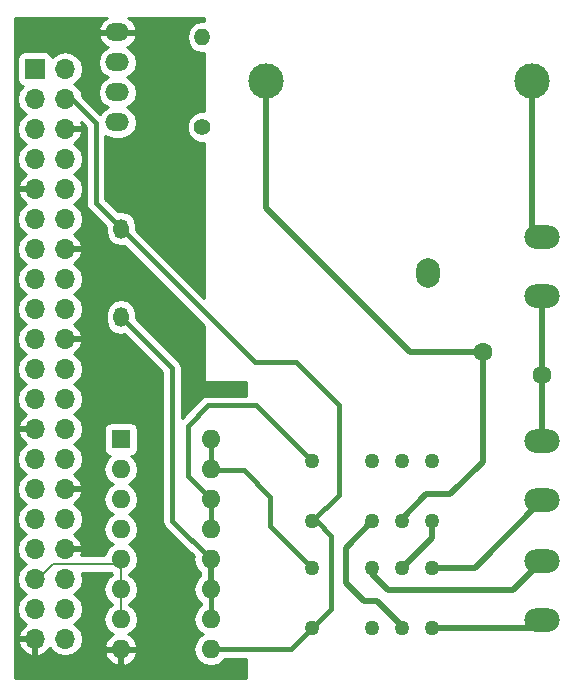
<source format=gbr>
G04 #@! TF.FileFunction,Copper,L1,Top,Signal*
%FSLAX46Y46*%
G04 Gerber Fmt 4.6, Leading zero omitted, Abs format (unit mm)*
G04 Created by KiCad (PCBNEW 4.0.7) date 12/06/18 03:02:26*
%MOMM*%
%LPD*%
G01*
G04 APERTURE LIST*
%ADD10C,0.100000*%
%ADD11C,1.270000*%
%ADD12C,3.000000*%
%ADD13R,1.700000X1.700000*%
%ADD14O,1.700000X1.700000*%
%ADD15O,3.000000X2.000000*%
%ADD16C,1.400000*%
%ADD17O,1.400000X1.400000*%
%ADD18C,1.600000*%
%ADD19O,2.000000X1.500000*%
%ADD20R,1.600000X1.600000*%
%ADD21O,1.600000X1.600000*%
%ADD22O,2.000000X2.500000*%
%ADD23O,1.300000X1.700000*%
%ADD24C,0.400000*%
%ADD25C,0.508000*%
%ADD26C,0.200000*%
%ADD27C,0.254000*%
G04 APERTURE END LIST*
D10*
D11*
X60274600Y-79830000D03*
X65354600Y-79830000D03*
X67894600Y-79830000D03*
X70434600Y-79830000D03*
X70434600Y-74750000D03*
X67894600Y-74750000D03*
X65354600Y-74750000D03*
X60274600Y-74750000D03*
X60274600Y-70830000D03*
X65354600Y-70830000D03*
X67894600Y-70830000D03*
X70434600Y-70830000D03*
X70434600Y-65750000D03*
X67894600Y-65750000D03*
X65354600Y-65750000D03*
X60274600Y-65750000D03*
D12*
X78892400Y-33528000D03*
X56392400Y-33528000D03*
D13*
X36830000Y-32512000D03*
D14*
X39370000Y-32512000D03*
X36830000Y-35052000D03*
X39370000Y-35052000D03*
X36830000Y-37592000D03*
X39370000Y-37592000D03*
X36830000Y-40132000D03*
X39370000Y-40132000D03*
X36830000Y-42672000D03*
X39370000Y-42672000D03*
X36830000Y-45212000D03*
X39370000Y-45212000D03*
X36830000Y-47752000D03*
X39370000Y-47752000D03*
X36830000Y-50292000D03*
X39370000Y-50292000D03*
X36830000Y-52832000D03*
X39370000Y-52832000D03*
X36830000Y-55372000D03*
X39370000Y-55372000D03*
X36830000Y-57912000D03*
X39370000Y-57912000D03*
X36830000Y-60452000D03*
X39370000Y-60452000D03*
X36830000Y-62992000D03*
X39370000Y-62992000D03*
X36830000Y-65532000D03*
X39370000Y-65532000D03*
X36830000Y-68072000D03*
X39370000Y-68072000D03*
X36830000Y-70612000D03*
X39370000Y-70612000D03*
X36830000Y-73152000D03*
X39370000Y-73152000D03*
X36830000Y-75692000D03*
X39370000Y-75692000D03*
X36830000Y-78232000D03*
X39370000Y-78232000D03*
X36830000Y-80772000D03*
X39370000Y-80772000D03*
D15*
X79756000Y-79208000D03*
X79756000Y-74208000D03*
X79756000Y-51776000D03*
X79756000Y-46776000D03*
X79756000Y-69048000D03*
X79756000Y-64048000D03*
D16*
X51003200Y-37439600D03*
D17*
X51003200Y-29819600D03*
D18*
X79756000Y-58420000D03*
X74756000Y-56520000D03*
D19*
X43797600Y-37033200D03*
X43797600Y-34493200D03*
X43797600Y-31953200D03*
X43797600Y-29413200D03*
D20*
X44094400Y-63855600D03*
D21*
X51714400Y-81635600D03*
X44094400Y-66395600D03*
X51714400Y-79095600D03*
X44094400Y-68935600D03*
X51714400Y-76555600D03*
X44094400Y-71475600D03*
X51714400Y-74015600D03*
X44094400Y-74015600D03*
X51714400Y-71475600D03*
X44094400Y-76555600D03*
X51714400Y-68935600D03*
X44094400Y-79095600D03*
X51714400Y-66395600D03*
X44094400Y-81635600D03*
X51714400Y-63855600D03*
D22*
X70116000Y-49784000D03*
D23*
X44116000Y-46034000D03*
X44116000Y-53534000D03*
D24*
X39370000Y-35052000D02*
X39928800Y-35052000D01*
X39928800Y-35052000D02*
X41960800Y-37084000D01*
X41960800Y-37084000D02*
X41960800Y-43878800D01*
X41960800Y-43878800D02*
X55435200Y-57353200D01*
X55435200Y-57353200D02*
X58928000Y-57353200D01*
X58928000Y-57353200D02*
X62534800Y-60960000D01*
X62534800Y-60960000D02*
X62534800Y-68569800D01*
X62534800Y-68569800D02*
X60274600Y-70830000D01*
X60274600Y-70830000D02*
X60670000Y-70830000D01*
X60670000Y-70830000D02*
X61874400Y-72034400D01*
X61874400Y-72034400D02*
X61874400Y-78230200D01*
X61874400Y-78230200D02*
X60274600Y-79830000D01*
X51714400Y-81635600D02*
X58469000Y-81635600D01*
X58469000Y-81635600D02*
X60274600Y-79830000D01*
D25*
X67894600Y-79830000D02*
X67894600Y-79680200D01*
X67894600Y-79680200D02*
X65786000Y-77571600D01*
X63144400Y-73040200D02*
X65354600Y-70830000D01*
X63144400Y-75996800D02*
X63144400Y-73040200D01*
X64719200Y-77571600D02*
X63144400Y-75996800D01*
X65786000Y-77571600D02*
X64719200Y-77571600D01*
D24*
X67894600Y-79830000D02*
X67688800Y-79830000D01*
D25*
X70434600Y-70830000D02*
X70434600Y-72210000D01*
X70434600Y-72210000D02*
X67894600Y-74750000D01*
D24*
X67894600Y-74750000D02*
X67894600Y-74355400D01*
X51714400Y-63855600D02*
X51714400Y-66395600D01*
X51714400Y-66395600D02*
X51818800Y-66500000D01*
X51818800Y-66500000D02*
X54500000Y-66500000D01*
X54500000Y-66500000D02*
X56750000Y-68750000D01*
X56750000Y-68750000D02*
X56750000Y-71225400D01*
X56750000Y-71225400D02*
X60274600Y-74750000D01*
X51714400Y-71475600D02*
X51714400Y-68935600D01*
X51714400Y-68935600D02*
X49750000Y-66971200D01*
X49750000Y-66971200D02*
X49750000Y-62750000D01*
X49750000Y-62750000D02*
X51500000Y-61000000D01*
X51500000Y-61000000D02*
X55524600Y-61000000D01*
X55524600Y-61000000D02*
X60274600Y-65750000D01*
D25*
X78892400Y-33528000D02*
X78892400Y-45912400D01*
X78892400Y-45912400D02*
X79756000Y-46776000D01*
D24*
X78892400Y-45912400D02*
X79756000Y-46776000D01*
D25*
X67894600Y-70830000D02*
X67894600Y-70586200D01*
X67894600Y-70586200D02*
X69951600Y-68529200D01*
X69951600Y-68529200D02*
X71983600Y-68529200D01*
X71983600Y-68529200D02*
X74756000Y-65756800D01*
X74756000Y-65756800D02*
X74756000Y-56520000D01*
X56392400Y-33528000D02*
X56392400Y-44302000D01*
X68610400Y-56520000D02*
X74756000Y-56520000D01*
X56392400Y-44302000D02*
X68610400Y-56520000D01*
D26*
X44094400Y-79095600D02*
X44094400Y-76555600D01*
X36830000Y-75692000D02*
X37084000Y-75692000D01*
X37084000Y-75692000D02*
X38354000Y-74422000D01*
X38354000Y-74422000D02*
X43688000Y-74422000D01*
X43688000Y-74422000D02*
X44094400Y-74828400D01*
X44094400Y-74828400D02*
X44094400Y-79095600D01*
D25*
X70434600Y-79830000D02*
X79134000Y-79830000D01*
X79134000Y-79830000D02*
X79756000Y-79208000D01*
D24*
X79134000Y-79830000D02*
X79756000Y-79208000D01*
D25*
X65354600Y-74750000D02*
X65354600Y-75260600D01*
X65354600Y-75260600D02*
X66751200Y-76657200D01*
X66751200Y-76657200D02*
X77306800Y-76657200D01*
X77306800Y-76657200D02*
X79756000Y-74208000D01*
X79756000Y-58420000D02*
X79756000Y-64048000D01*
X79756000Y-51776000D02*
X79756000Y-64048000D01*
X70434600Y-74750000D02*
X74054000Y-74750000D01*
X74054000Y-74750000D02*
X79756000Y-69048000D01*
X51714400Y-74015600D02*
X51714400Y-76555600D01*
D24*
X51714400Y-79095600D02*
X51714400Y-74015600D01*
X51714400Y-74015600D02*
X48448800Y-70750000D01*
X48448800Y-70750000D02*
X48448800Y-57866800D01*
X48448800Y-57866800D02*
X44116000Y-53534000D01*
D27*
G36*
X42494864Y-28496306D02*
X42224119Y-28968965D01*
X42205282Y-29072015D01*
X42327944Y-29286200D01*
X43670600Y-29286200D01*
X43670600Y-29266200D01*
X43924600Y-29266200D01*
X43924600Y-29286200D01*
X45267256Y-29286200D01*
X45389918Y-29072015D01*
X45371081Y-28968965D01*
X45100336Y-28496306D01*
X44707579Y-28192800D01*
X51181000Y-28192800D01*
X51181000Y-28493813D01*
X51003200Y-28458446D01*
X50492318Y-28560067D01*
X50059212Y-28849458D01*
X49769821Y-29282564D01*
X49668200Y-29793446D01*
X49668200Y-29845754D01*
X49769821Y-30356636D01*
X50059212Y-30789742D01*
X50492318Y-31079133D01*
X51003200Y-31180754D01*
X51181000Y-31145387D01*
X51181000Y-36104754D01*
X50738817Y-36104369D01*
X50247971Y-36307182D01*
X49872102Y-36682396D01*
X49668432Y-37172887D01*
X49667969Y-37703983D01*
X49870782Y-38194829D01*
X50245996Y-38570698D01*
X50736487Y-38774368D01*
X51181000Y-38774756D01*
X51181000Y-51918132D01*
X45401000Y-46138132D01*
X45401000Y-45804907D01*
X45303185Y-45313159D01*
X45024632Y-44896275D01*
X44607748Y-44617722D01*
X44116000Y-44519907D01*
X43838061Y-44575193D01*
X42795800Y-43532932D01*
X42795800Y-38185985D01*
X42985551Y-38312773D01*
X43515568Y-38418200D01*
X44079632Y-38418200D01*
X44609649Y-38312773D01*
X45058975Y-38012543D01*
X45359205Y-37563217D01*
X45464632Y-37033200D01*
X45359205Y-36503183D01*
X45058975Y-36053857D01*
X44623976Y-35763200D01*
X45058975Y-35472543D01*
X45359205Y-35023217D01*
X45464632Y-34493200D01*
X45359205Y-33963183D01*
X45058975Y-33513857D01*
X44623976Y-33223200D01*
X45058975Y-32932543D01*
X45359205Y-32483217D01*
X45464632Y-31953200D01*
X45359205Y-31423183D01*
X45058975Y-30973857D01*
X44615761Y-30677711D01*
X44669321Y-30663164D01*
X45100336Y-30330094D01*
X45371081Y-29857435D01*
X45389918Y-29754385D01*
X45267256Y-29540200D01*
X43924600Y-29540200D01*
X43924600Y-29560200D01*
X43670600Y-29560200D01*
X43670600Y-29540200D01*
X42327944Y-29540200D01*
X42205282Y-29754385D01*
X42224119Y-29857435D01*
X42494864Y-30330094D01*
X42925879Y-30663164D01*
X42979439Y-30677711D01*
X42536225Y-30973857D01*
X42235995Y-31423183D01*
X42130568Y-31953200D01*
X42235995Y-32483217D01*
X42536225Y-32932543D01*
X42971224Y-33223200D01*
X42536225Y-33513857D01*
X42235995Y-33963183D01*
X42130568Y-34493200D01*
X42235995Y-35023217D01*
X42536225Y-35472543D01*
X42971224Y-35763200D01*
X42536225Y-36053857D01*
X42366114Y-36308446D01*
X40828082Y-34770414D01*
X40771054Y-34483715D01*
X40449147Y-34001946D01*
X40119974Y-33782000D01*
X40449147Y-33562054D01*
X40771054Y-33080285D01*
X40884093Y-32512000D01*
X40771054Y-31943715D01*
X40449147Y-31461946D01*
X39967378Y-31140039D01*
X39399093Y-31027000D01*
X39340907Y-31027000D01*
X38772622Y-31140039D01*
X38290853Y-31461946D01*
X38290029Y-31463179D01*
X38283162Y-31426683D01*
X38144090Y-31210559D01*
X37931890Y-31065569D01*
X37680000Y-31014560D01*
X35980000Y-31014560D01*
X35744683Y-31058838D01*
X35528559Y-31197910D01*
X35383569Y-31410110D01*
X35332560Y-31662000D01*
X35332560Y-33362000D01*
X35376838Y-33597317D01*
X35515910Y-33813441D01*
X35728110Y-33958431D01*
X35795541Y-33972086D01*
X35750853Y-34001946D01*
X35428946Y-34483715D01*
X35315907Y-35052000D01*
X35428946Y-35620285D01*
X35750853Y-36102054D01*
X36080026Y-36322000D01*
X35750853Y-36541946D01*
X35428946Y-37023715D01*
X35315907Y-37592000D01*
X35428946Y-38160285D01*
X35750853Y-38642054D01*
X36080026Y-38862000D01*
X35750853Y-39081946D01*
X35428946Y-39563715D01*
X35315907Y-40132000D01*
X35428946Y-40700285D01*
X35750853Y-41182054D01*
X36091553Y-41409702D01*
X35948642Y-41476817D01*
X35558355Y-41905076D01*
X35388524Y-42315110D01*
X35509845Y-42545000D01*
X36703000Y-42545000D01*
X36703000Y-42525000D01*
X36957000Y-42525000D01*
X36957000Y-42545000D01*
X36977000Y-42545000D01*
X36977000Y-42799000D01*
X36957000Y-42799000D01*
X36957000Y-42819000D01*
X36703000Y-42819000D01*
X36703000Y-42799000D01*
X35509845Y-42799000D01*
X35388524Y-43028890D01*
X35558355Y-43438924D01*
X35948642Y-43867183D01*
X36091553Y-43934298D01*
X35750853Y-44161946D01*
X35428946Y-44643715D01*
X35315907Y-45212000D01*
X35428946Y-45780285D01*
X35750853Y-46262054D01*
X36080026Y-46482000D01*
X35750853Y-46701946D01*
X35428946Y-47183715D01*
X35315907Y-47752000D01*
X35428946Y-48320285D01*
X35750853Y-48802054D01*
X36080026Y-49022000D01*
X35750853Y-49241946D01*
X35428946Y-49723715D01*
X35315907Y-50292000D01*
X35428946Y-50860285D01*
X35750853Y-51342054D01*
X36080026Y-51562000D01*
X35750853Y-51781946D01*
X35428946Y-52263715D01*
X35315907Y-52832000D01*
X35428946Y-53400285D01*
X35750853Y-53882054D01*
X36080026Y-54102000D01*
X35750853Y-54321946D01*
X35428946Y-54803715D01*
X35315907Y-55372000D01*
X35428946Y-55940285D01*
X35750853Y-56422054D01*
X36080026Y-56642000D01*
X35750853Y-56861946D01*
X35428946Y-57343715D01*
X35315907Y-57912000D01*
X35428946Y-58480285D01*
X35750853Y-58962054D01*
X36080026Y-59182000D01*
X35750853Y-59401946D01*
X35428946Y-59883715D01*
X35315907Y-60452000D01*
X35428946Y-61020285D01*
X35750853Y-61502054D01*
X36091553Y-61729702D01*
X35948642Y-61796817D01*
X35558355Y-62225076D01*
X35388524Y-62635110D01*
X35509845Y-62865000D01*
X36703000Y-62865000D01*
X36703000Y-62845000D01*
X36957000Y-62845000D01*
X36957000Y-62865000D01*
X36977000Y-62865000D01*
X36977000Y-63119000D01*
X36957000Y-63119000D01*
X36957000Y-63139000D01*
X36703000Y-63139000D01*
X36703000Y-63119000D01*
X35509845Y-63119000D01*
X35388524Y-63348890D01*
X35558355Y-63758924D01*
X35948642Y-64187183D01*
X36091553Y-64254298D01*
X35750853Y-64481946D01*
X35428946Y-64963715D01*
X35315907Y-65532000D01*
X35428946Y-66100285D01*
X35750853Y-66582054D01*
X36080026Y-66802000D01*
X35750853Y-67021946D01*
X35428946Y-67503715D01*
X35315907Y-68072000D01*
X35428946Y-68640285D01*
X35750853Y-69122054D01*
X36080026Y-69342000D01*
X35750853Y-69561946D01*
X35428946Y-70043715D01*
X35315907Y-70612000D01*
X35428946Y-71180285D01*
X35750853Y-71662054D01*
X36080026Y-71882000D01*
X35750853Y-72101946D01*
X35428946Y-72583715D01*
X35315907Y-73152000D01*
X35428946Y-73720285D01*
X35750853Y-74202054D01*
X36080026Y-74422000D01*
X35750853Y-74641946D01*
X35428946Y-75123715D01*
X35315907Y-75692000D01*
X35428946Y-76260285D01*
X35750853Y-76742054D01*
X36080026Y-76962000D01*
X35750853Y-77181946D01*
X35428946Y-77663715D01*
X35315907Y-78232000D01*
X35428946Y-78800285D01*
X35750853Y-79282054D01*
X36091553Y-79509702D01*
X35948642Y-79576817D01*
X35558355Y-80005076D01*
X35388524Y-80415110D01*
X35509845Y-80645000D01*
X36703000Y-80645000D01*
X36703000Y-80625000D01*
X36957000Y-80625000D01*
X36957000Y-80645000D01*
X36977000Y-80645000D01*
X36977000Y-80899000D01*
X36957000Y-80899000D01*
X36957000Y-82092819D01*
X37186892Y-82213486D01*
X37711358Y-81967183D01*
X38101645Y-81538924D01*
X38101655Y-81538899D01*
X38290853Y-81822054D01*
X38772622Y-82143961D01*
X39340907Y-82257000D01*
X39399093Y-82257000D01*
X39967378Y-82143961D01*
X40205820Y-81984639D01*
X42702496Y-81984639D01*
X42863359Y-82373023D01*
X43239266Y-82787989D01*
X43745359Y-83027514D01*
X43967400Y-82906229D01*
X43967400Y-81762600D01*
X44221400Y-81762600D01*
X44221400Y-82906229D01*
X44443441Y-83027514D01*
X44949534Y-82787989D01*
X45325441Y-82373023D01*
X45486304Y-81984639D01*
X45364315Y-81762600D01*
X44221400Y-81762600D01*
X43967400Y-81762600D01*
X42824485Y-81762600D01*
X42702496Y-81984639D01*
X40205820Y-81984639D01*
X40449147Y-81822054D01*
X40771054Y-81340285D01*
X40884093Y-80772000D01*
X40771054Y-80203715D01*
X40449147Y-79721946D01*
X40119974Y-79502000D01*
X40449147Y-79282054D01*
X40771054Y-78800285D01*
X40884093Y-78232000D01*
X40771054Y-77663715D01*
X40449147Y-77181946D01*
X40119974Y-76962000D01*
X40449147Y-76742054D01*
X40771054Y-76260285D01*
X40884093Y-75692000D01*
X40777675Y-75157000D01*
X43241212Y-75157000D01*
X43359400Y-75235971D01*
X43359400Y-75335229D01*
X43051589Y-75540902D01*
X42740520Y-76006449D01*
X42631287Y-76555600D01*
X42740520Y-77104751D01*
X43051589Y-77570298D01*
X43359400Y-77775971D01*
X43359400Y-77875229D01*
X43051589Y-78080902D01*
X42740520Y-78546449D01*
X42631287Y-79095600D01*
X42740520Y-79644751D01*
X43051589Y-80110298D01*
X43456103Y-80380586D01*
X43239266Y-80483211D01*
X42863359Y-80898177D01*
X42702496Y-81286561D01*
X42824485Y-81508600D01*
X43967400Y-81508600D01*
X43967400Y-81488600D01*
X44221400Y-81488600D01*
X44221400Y-81508600D01*
X45364315Y-81508600D01*
X45486304Y-81286561D01*
X45325441Y-80898177D01*
X44949534Y-80483211D01*
X44732697Y-80380586D01*
X45137211Y-80110298D01*
X45448280Y-79644751D01*
X45557513Y-79095600D01*
X45448280Y-78546449D01*
X45137211Y-78080902D01*
X44829400Y-77875229D01*
X44829400Y-77775971D01*
X45137211Y-77570298D01*
X45448280Y-77104751D01*
X45557513Y-76555600D01*
X45448280Y-76006449D01*
X45137211Y-75540902D01*
X44829400Y-75335229D01*
X44829400Y-75235971D01*
X45137211Y-75030298D01*
X45448280Y-74564751D01*
X45557513Y-74015600D01*
X45448280Y-73466449D01*
X45137211Y-73000902D01*
X44755125Y-72745600D01*
X45137211Y-72490298D01*
X45448280Y-72024751D01*
X45557513Y-71475600D01*
X45448280Y-70926449D01*
X45137211Y-70460902D01*
X44755125Y-70205600D01*
X45137211Y-69950298D01*
X45448280Y-69484751D01*
X45557513Y-68935600D01*
X45448280Y-68386449D01*
X45137211Y-67920902D01*
X44755125Y-67665600D01*
X45137211Y-67410298D01*
X45448280Y-66944751D01*
X45557513Y-66395600D01*
X45448280Y-65846449D01*
X45137211Y-65380902D01*
X44992935Y-65284499D01*
X45129717Y-65258762D01*
X45345841Y-65119690D01*
X45490831Y-64907490D01*
X45541840Y-64655600D01*
X45541840Y-63055600D01*
X45497562Y-62820283D01*
X45358490Y-62604159D01*
X45146290Y-62459169D01*
X44894400Y-62408160D01*
X43294400Y-62408160D01*
X43059083Y-62452438D01*
X42842959Y-62591510D01*
X42697969Y-62803710D01*
X42646960Y-63055600D01*
X42646960Y-64655600D01*
X42691238Y-64890917D01*
X42830310Y-65107041D01*
X43042510Y-65252031D01*
X43197489Y-65283415D01*
X43051589Y-65380902D01*
X42740520Y-65846449D01*
X42631287Y-66395600D01*
X42740520Y-66944751D01*
X43051589Y-67410298D01*
X43433675Y-67665600D01*
X43051589Y-67920902D01*
X42740520Y-68386449D01*
X42631287Y-68935600D01*
X42740520Y-69484751D01*
X43051589Y-69950298D01*
X43433675Y-70205600D01*
X43051589Y-70460902D01*
X42740520Y-70926449D01*
X42631287Y-71475600D01*
X42740520Y-72024751D01*
X43051589Y-72490298D01*
X43433675Y-72745600D01*
X43051589Y-73000902D01*
X42740520Y-73466449D01*
X42696650Y-73687000D01*
X40737705Y-73687000D01*
X40811476Y-73508890D01*
X40690155Y-73279000D01*
X39497000Y-73279000D01*
X39497000Y-73299000D01*
X39243000Y-73299000D01*
X39243000Y-73279000D01*
X39223000Y-73279000D01*
X39223000Y-73025000D01*
X39243000Y-73025000D01*
X39243000Y-73005000D01*
X39497000Y-73005000D01*
X39497000Y-73025000D01*
X40690155Y-73025000D01*
X40811476Y-72795110D01*
X40641645Y-72385076D01*
X40251358Y-71956817D01*
X40108447Y-71889702D01*
X40449147Y-71662054D01*
X40771054Y-71180285D01*
X40884093Y-70612000D01*
X40771054Y-70043715D01*
X40449147Y-69561946D01*
X40108447Y-69334298D01*
X40251358Y-69267183D01*
X40641645Y-68838924D01*
X40811476Y-68428890D01*
X40690155Y-68199000D01*
X39497000Y-68199000D01*
X39497000Y-68219000D01*
X39243000Y-68219000D01*
X39243000Y-68199000D01*
X39223000Y-68199000D01*
X39223000Y-67945000D01*
X39243000Y-67945000D01*
X39243000Y-67925000D01*
X39497000Y-67925000D01*
X39497000Y-67945000D01*
X40690155Y-67945000D01*
X40811476Y-67715110D01*
X40641645Y-67305076D01*
X40251358Y-66876817D01*
X40108447Y-66809702D01*
X40449147Y-66582054D01*
X40771054Y-66100285D01*
X40884093Y-65532000D01*
X40771054Y-64963715D01*
X40449147Y-64481946D01*
X40119974Y-64262000D01*
X40449147Y-64042054D01*
X40771054Y-63560285D01*
X40884093Y-62992000D01*
X40771054Y-62423715D01*
X40449147Y-61941946D01*
X40119974Y-61722000D01*
X40449147Y-61502054D01*
X40771054Y-61020285D01*
X40884093Y-60452000D01*
X40771054Y-59883715D01*
X40449147Y-59401946D01*
X40119974Y-59182000D01*
X40449147Y-58962054D01*
X40771054Y-58480285D01*
X40884093Y-57912000D01*
X40771054Y-57343715D01*
X40449147Y-56861946D01*
X40108447Y-56634298D01*
X40251358Y-56567183D01*
X40641645Y-56138924D01*
X40811476Y-55728890D01*
X40690155Y-55499000D01*
X39497000Y-55499000D01*
X39497000Y-55519000D01*
X39243000Y-55519000D01*
X39243000Y-55499000D01*
X39223000Y-55499000D01*
X39223000Y-55245000D01*
X39243000Y-55245000D01*
X39243000Y-55225000D01*
X39497000Y-55225000D01*
X39497000Y-55245000D01*
X40690155Y-55245000D01*
X40811476Y-55015110D01*
X40641645Y-54605076D01*
X40251358Y-54176817D01*
X40108447Y-54109702D01*
X40449147Y-53882054D01*
X40771054Y-53400285D01*
X40884093Y-52832000D01*
X40771054Y-52263715D01*
X40449147Y-51781946D01*
X40119974Y-51562000D01*
X40449147Y-51342054D01*
X40771054Y-50860285D01*
X40884093Y-50292000D01*
X40771054Y-49723715D01*
X40449147Y-49241946D01*
X40108447Y-49014298D01*
X40251358Y-48947183D01*
X40641645Y-48518924D01*
X40811476Y-48108890D01*
X40690155Y-47879000D01*
X39497000Y-47879000D01*
X39497000Y-47899000D01*
X39243000Y-47899000D01*
X39243000Y-47879000D01*
X39223000Y-47879000D01*
X39223000Y-47625000D01*
X39243000Y-47625000D01*
X39243000Y-47605000D01*
X39497000Y-47605000D01*
X39497000Y-47625000D01*
X40690155Y-47625000D01*
X40811476Y-47395110D01*
X40641645Y-46985076D01*
X40251358Y-46556817D01*
X40108447Y-46489702D01*
X40449147Y-46262054D01*
X40771054Y-45780285D01*
X40884093Y-45212000D01*
X40771054Y-44643715D01*
X40449147Y-44161946D01*
X40119974Y-43942000D01*
X40449147Y-43722054D01*
X40771054Y-43240285D01*
X40884093Y-42672000D01*
X40771054Y-42103715D01*
X40449147Y-41621946D01*
X40119974Y-41402000D01*
X40449147Y-41182054D01*
X40771054Y-40700285D01*
X40884093Y-40132000D01*
X40771054Y-39563715D01*
X40449147Y-39081946D01*
X40108447Y-38854298D01*
X40251358Y-38787183D01*
X40641645Y-38358924D01*
X40811476Y-37948890D01*
X40690155Y-37719000D01*
X39497000Y-37719000D01*
X39497000Y-37739000D01*
X39243000Y-37739000D01*
X39243000Y-37719000D01*
X39223000Y-37719000D01*
X39223000Y-37465000D01*
X39243000Y-37465000D01*
X39243000Y-37445000D01*
X39497000Y-37445000D01*
X39497000Y-37465000D01*
X40690155Y-37465000D01*
X40811476Y-37235110D01*
X40726939Y-37031007D01*
X41125800Y-37429868D01*
X41125800Y-43878800D01*
X41189361Y-44198341D01*
X41370366Y-44469234D01*
X42831000Y-45929868D01*
X42831000Y-46263093D01*
X42928815Y-46754841D01*
X43207368Y-47171725D01*
X43624252Y-47450278D01*
X44116000Y-47548093D01*
X44393939Y-47492807D01*
X51181000Y-54279868D01*
X51181000Y-58928000D01*
X51191006Y-58977410D01*
X51219447Y-59019035D01*
X51261841Y-59046315D01*
X51308000Y-59055000D01*
X54737000Y-59055000D01*
X54737000Y-60165000D01*
X51500000Y-60165000D01*
X51180460Y-60228560D01*
X50909566Y-60409566D01*
X49283800Y-62035332D01*
X49283800Y-57866800D01*
X49220240Y-57547260D01*
X49039234Y-57276366D01*
X45401000Y-53638132D01*
X45401000Y-53304907D01*
X45303185Y-52813159D01*
X45024632Y-52396275D01*
X44607748Y-52117722D01*
X44116000Y-52019907D01*
X43624252Y-52117722D01*
X43207368Y-52396275D01*
X42928815Y-52813159D01*
X42831000Y-53304907D01*
X42831000Y-53763093D01*
X42928815Y-54254841D01*
X43207368Y-54671725D01*
X43624252Y-54950278D01*
X44116000Y-55048093D01*
X44393939Y-54992807D01*
X47613800Y-58212668D01*
X47613800Y-70750000D01*
X47677361Y-71069541D01*
X47751358Y-71180285D01*
X47858366Y-71340434D01*
X50298114Y-73780182D01*
X50251287Y-74015600D01*
X50360520Y-74564751D01*
X50671589Y-75030298D01*
X50825400Y-75133071D01*
X50825400Y-75438129D01*
X50671589Y-75540902D01*
X50360520Y-76006449D01*
X50251287Y-76555600D01*
X50360520Y-77104751D01*
X50671589Y-77570298D01*
X50879400Y-77709153D01*
X50879400Y-77942047D01*
X50671589Y-78080902D01*
X50360520Y-78546449D01*
X50251287Y-79095600D01*
X50360520Y-79644751D01*
X50671589Y-80110298D01*
X51053675Y-80365600D01*
X50671589Y-80620902D01*
X50360520Y-81086449D01*
X50251287Y-81635600D01*
X50360520Y-82184751D01*
X50671589Y-82650298D01*
X51137136Y-82961367D01*
X51686287Y-83070600D01*
X51742513Y-83070600D01*
X52291664Y-82961367D01*
X52757211Y-82650298D01*
X52877282Y-82470600D01*
X54737000Y-82470600D01*
X54737000Y-84075200D01*
X35152400Y-84075200D01*
X35152400Y-81128890D01*
X35388524Y-81128890D01*
X35558355Y-81538924D01*
X35948642Y-81967183D01*
X36473108Y-82213486D01*
X36703000Y-82092819D01*
X36703000Y-80899000D01*
X35509845Y-80899000D01*
X35388524Y-81128890D01*
X35152400Y-81128890D01*
X35152400Y-28192800D01*
X42887621Y-28192800D01*
X42494864Y-28496306D01*
X42494864Y-28496306D01*
G37*
X42494864Y-28496306D02*
X42224119Y-28968965D01*
X42205282Y-29072015D01*
X42327944Y-29286200D01*
X43670600Y-29286200D01*
X43670600Y-29266200D01*
X43924600Y-29266200D01*
X43924600Y-29286200D01*
X45267256Y-29286200D01*
X45389918Y-29072015D01*
X45371081Y-28968965D01*
X45100336Y-28496306D01*
X44707579Y-28192800D01*
X51181000Y-28192800D01*
X51181000Y-28493813D01*
X51003200Y-28458446D01*
X50492318Y-28560067D01*
X50059212Y-28849458D01*
X49769821Y-29282564D01*
X49668200Y-29793446D01*
X49668200Y-29845754D01*
X49769821Y-30356636D01*
X50059212Y-30789742D01*
X50492318Y-31079133D01*
X51003200Y-31180754D01*
X51181000Y-31145387D01*
X51181000Y-36104754D01*
X50738817Y-36104369D01*
X50247971Y-36307182D01*
X49872102Y-36682396D01*
X49668432Y-37172887D01*
X49667969Y-37703983D01*
X49870782Y-38194829D01*
X50245996Y-38570698D01*
X50736487Y-38774368D01*
X51181000Y-38774756D01*
X51181000Y-51918132D01*
X45401000Y-46138132D01*
X45401000Y-45804907D01*
X45303185Y-45313159D01*
X45024632Y-44896275D01*
X44607748Y-44617722D01*
X44116000Y-44519907D01*
X43838061Y-44575193D01*
X42795800Y-43532932D01*
X42795800Y-38185985D01*
X42985551Y-38312773D01*
X43515568Y-38418200D01*
X44079632Y-38418200D01*
X44609649Y-38312773D01*
X45058975Y-38012543D01*
X45359205Y-37563217D01*
X45464632Y-37033200D01*
X45359205Y-36503183D01*
X45058975Y-36053857D01*
X44623976Y-35763200D01*
X45058975Y-35472543D01*
X45359205Y-35023217D01*
X45464632Y-34493200D01*
X45359205Y-33963183D01*
X45058975Y-33513857D01*
X44623976Y-33223200D01*
X45058975Y-32932543D01*
X45359205Y-32483217D01*
X45464632Y-31953200D01*
X45359205Y-31423183D01*
X45058975Y-30973857D01*
X44615761Y-30677711D01*
X44669321Y-30663164D01*
X45100336Y-30330094D01*
X45371081Y-29857435D01*
X45389918Y-29754385D01*
X45267256Y-29540200D01*
X43924600Y-29540200D01*
X43924600Y-29560200D01*
X43670600Y-29560200D01*
X43670600Y-29540200D01*
X42327944Y-29540200D01*
X42205282Y-29754385D01*
X42224119Y-29857435D01*
X42494864Y-30330094D01*
X42925879Y-30663164D01*
X42979439Y-30677711D01*
X42536225Y-30973857D01*
X42235995Y-31423183D01*
X42130568Y-31953200D01*
X42235995Y-32483217D01*
X42536225Y-32932543D01*
X42971224Y-33223200D01*
X42536225Y-33513857D01*
X42235995Y-33963183D01*
X42130568Y-34493200D01*
X42235995Y-35023217D01*
X42536225Y-35472543D01*
X42971224Y-35763200D01*
X42536225Y-36053857D01*
X42366114Y-36308446D01*
X40828082Y-34770414D01*
X40771054Y-34483715D01*
X40449147Y-34001946D01*
X40119974Y-33782000D01*
X40449147Y-33562054D01*
X40771054Y-33080285D01*
X40884093Y-32512000D01*
X40771054Y-31943715D01*
X40449147Y-31461946D01*
X39967378Y-31140039D01*
X39399093Y-31027000D01*
X39340907Y-31027000D01*
X38772622Y-31140039D01*
X38290853Y-31461946D01*
X38290029Y-31463179D01*
X38283162Y-31426683D01*
X38144090Y-31210559D01*
X37931890Y-31065569D01*
X37680000Y-31014560D01*
X35980000Y-31014560D01*
X35744683Y-31058838D01*
X35528559Y-31197910D01*
X35383569Y-31410110D01*
X35332560Y-31662000D01*
X35332560Y-33362000D01*
X35376838Y-33597317D01*
X35515910Y-33813441D01*
X35728110Y-33958431D01*
X35795541Y-33972086D01*
X35750853Y-34001946D01*
X35428946Y-34483715D01*
X35315907Y-35052000D01*
X35428946Y-35620285D01*
X35750853Y-36102054D01*
X36080026Y-36322000D01*
X35750853Y-36541946D01*
X35428946Y-37023715D01*
X35315907Y-37592000D01*
X35428946Y-38160285D01*
X35750853Y-38642054D01*
X36080026Y-38862000D01*
X35750853Y-39081946D01*
X35428946Y-39563715D01*
X35315907Y-40132000D01*
X35428946Y-40700285D01*
X35750853Y-41182054D01*
X36091553Y-41409702D01*
X35948642Y-41476817D01*
X35558355Y-41905076D01*
X35388524Y-42315110D01*
X35509845Y-42545000D01*
X36703000Y-42545000D01*
X36703000Y-42525000D01*
X36957000Y-42525000D01*
X36957000Y-42545000D01*
X36977000Y-42545000D01*
X36977000Y-42799000D01*
X36957000Y-42799000D01*
X36957000Y-42819000D01*
X36703000Y-42819000D01*
X36703000Y-42799000D01*
X35509845Y-42799000D01*
X35388524Y-43028890D01*
X35558355Y-43438924D01*
X35948642Y-43867183D01*
X36091553Y-43934298D01*
X35750853Y-44161946D01*
X35428946Y-44643715D01*
X35315907Y-45212000D01*
X35428946Y-45780285D01*
X35750853Y-46262054D01*
X36080026Y-46482000D01*
X35750853Y-46701946D01*
X35428946Y-47183715D01*
X35315907Y-47752000D01*
X35428946Y-48320285D01*
X35750853Y-48802054D01*
X36080026Y-49022000D01*
X35750853Y-49241946D01*
X35428946Y-49723715D01*
X35315907Y-50292000D01*
X35428946Y-50860285D01*
X35750853Y-51342054D01*
X36080026Y-51562000D01*
X35750853Y-51781946D01*
X35428946Y-52263715D01*
X35315907Y-52832000D01*
X35428946Y-53400285D01*
X35750853Y-53882054D01*
X36080026Y-54102000D01*
X35750853Y-54321946D01*
X35428946Y-54803715D01*
X35315907Y-55372000D01*
X35428946Y-55940285D01*
X35750853Y-56422054D01*
X36080026Y-56642000D01*
X35750853Y-56861946D01*
X35428946Y-57343715D01*
X35315907Y-57912000D01*
X35428946Y-58480285D01*
X35750853Y-58962054D01*
X36080026Y-59182000D01*
X35750853Y-59401946D01*
X35428946Y-59883715D01*
X35315907Y-60452000D01*
X35428946Y-61020285D01*
X35750853Y-61502054D01*
X36091553Y-61729702D01*
X35948642Y-61796817D01*
X35558355Y-62225076D01*
X35388524Y-62635110D01*
X35509845Y-62865000D01*
X36703000Y-62865000D01*
X36703000Y-62845000D01*
X36957000Y-62845000D01*
X36957000Y-62865000D01*
X36977000Y-62865000D01*
X36977000Y-63119000D01*
X36957000Y-63119000D01*
X36957000Y-63139000D01*
X36703000Y-63139000D01*
X36703000Y-63119000D01*
X35509845Y-63119000D01*
X35388524Y-63348890D01*
X35558355Y-63758924D01*
X35948642Y-64187183D01*
X36091553Y-64254298D01*
X35750853Y-64481946D01*
X35428946Y-64963715D01*
X35315907Y-65532000D01*
X35428946Y-66100285D01*
X35750853Y-66582054D01*
X36080026Y-66802000D01*
X35750853Y-67021946D01*
X35428946Y-67503715D01*
X35315907Y-68072000D01*
X35428946Y-68640285D01*
X35750853Y-69122054D01*
X36080026Y-69342000D01*
X35750853Y-69561946D01*
X35428946Y-70043715D01*
X35315907Y-70612000D01*
X35428946Y-71180285D01*
X35750853Y-71662054D01*
X36080026Y-71882000D01*
X35750853Y-72101946D01*
X35428946Y-72583715D01*
X35315907Y-73152000D01*
X35428946Y-73720285D01*
X35750853Y-74202054D01*
X36080026Y-74422000D01*
X35750853Y-74641946D01*
X35428946Y-75123715D01*
X35315907Y-75692000D01*
X35428946Y-76260285D01*
X35750853Y-76742054D01*
X36080026Y-76962000D01*
X35750853Y-77181946D01*
X35428946Y-77663715D01*
X35315907Y-78232000D01*
X35428946Y-78800285D01*
X35750853Y-79282054D01*
X36091553Y-79509702D01*
X35948642Y-79576817D01*
X35558355Y-80005076D01*
X35388524Y-80415110D01*
X35509845Y-80645000D01*
X36703000Y-80645000D01*
X36703000Y-80625000D01*
X36957000Y-80625000D01*
X36957000Y-80645000D01*
X36977000Y-80645000D01*
X36977000Y-80899000D01*
X36957000Y-80899000D01*
X36957000Y-82092819D01*
X37186892Y-82213486D01*
X37711358Y-81967183D01*
X38101645Y-81538924D01*
X38101655Y-81538899D01*
X38290853Y-81822054D01*
X38772622Y-82143961D01*
X39340907Y-82257000D01*
X39399093Y-82257000D01*
X39967378Y-82143961D01*
X40205820Y-81984639D01*
X42702496Y-81984639D01*
X42863359Y-82373023D01*
X43239266Y-82787989D01*
X43745359Y-83027514D01*
X43967400Y-82906229D01*
X43967400Y-81762600D01*
X44221400Y-81762600D01*
X44221400Y-82906229D01*
X44443441Y-83027514D01*
X44949534Y-82787989D01*
X45325441Y-82373023D01*
X45486304Y-81984639D01*
X45364315Y-81762600D01*
X44221400Y-81762600D01*
X43967400Y-81762600D01*
X42824485Y-81762600D01*
X42702496Y-81984639D01*
X40205820Y-81984639D01*
X40449147Y-81822054D01*
X40771054Y-81340285D01*
X40884093Y-80772000D01*
X40771054Y-80203715D01*
X40449147Y-79721946D01*
X40119974Y-79502000D01*
X40449147Y-79282054D01*
X40771054Y-78800285D01*
X40884093Y-78232000D01*
X40771054Y-77663715D01*
X40449147Y-77181946D01*
X40119974Y-76962000D01*
X40449147Y-76742054D01*
X40771054Y-76260285D01*
X40884093Y-75692000D01*
X40777675Y-75157000D01*
X43241212Y-75157000D01*
X43359400Y-75235971D01*
X43359400Y-75335229D01*
X43051589Y-75540902D01*
X42740520Y-76006449D01*
X42631287Y-76555600D01*
X42740520Y-77104751D01*
X43051589Y-77570298D01*
X43359400Y-77775971D01*
X43359400Y-77875229D01*
X43051589Y-78080902D01*
X42740520Y-78546449D01*
X42631287Y-79095600D01*
X42740520Y-79644751D01*
X43051589Y-80110298D01*
X43456103Y-80380586D01*
X43239266Y-80483211D01*
X42863359Y-80898177D01*
X42702496Y-81286561D01*
X42824485Y-81508600D01*
X43967400Y-81508600D01*
X43967400Y-81488600D01*
X44221400Y-81488600D01*
X44221400Y-81508600D01*
X45364315Y-81508600D01*
X45486304Y-81286561D01*
X45325441Y-80898177D01*
X44949534Y-80483211D01*
X44732697Y-80380586D01*
X45137211Y-80110298D01*
X45448280Y-79644751D01*
X45557513Y-79095600D01*
X45448280Y-78546449D01*
X45137211Y-78080902D01*
X44829400Y-77875229D01*
X44829400Y-77775971D01*
X45137211Y-77570298D01*
X45448280Y-77104751D01*
X45557513Y-76555600D01*
X45448280Y-76006449D01*
X45137211Y-75540902D01*
X44829400Y-75335229D01*
X44829400Y-75235971D01*
X45137211Y-75030298D01*
X45448280Y-74564751D01*
X45557513Y-74015600D01*
X45448280Y-73466449D01*
X45137211Y-73000902D01*
X44755125Y-72745600D01*
X45137211Y-72490298D01*
X45448280Y-72024751D01*
X45557513Y-71475600D01*
X45448280Y-70926449D01*
X45137211Y-70460902D01*
X44755125Y-70205600D01*
X45137211Y-69950298D01*
X45448280Y-69484751D01*
X45557513Y-68935600D01*
X45448280Y-68386449D01*
X45137211Y-67920902D01*
X44755125Y-67665600D01*
X45137211Y-67410298D01*
X45448280Y-66944751D01*
X45557513Y-66395600D01*
X45448280Y-65846449D01*
X45137211Y-65380902D01*
X44992935Y-65284499D01*
X45129717Y-65258762D01*
X45345841Y-65119690D01*
X45490831Y-64907490D01*
X45541840Y-64655600D01*
X45541840Y-63055600D01*
X45497562Y-62820283D01*
X45358490Y-62604159D01*
X45146290Y-62459169D01*
X44894400Y-62408160D01*
X43294400Y-62408160D01*
X43059083Y-62452438D01*
X42842959Y-62591510D01*
X42697969Y-62803710D01*
X42646960Y-63055600D01*
X42646960Y-64655600D01*
X42691238Y-64890917D01*
X42830310Y-65107041D01*
X43042510Y-65252031D01*
X43197489Y-65283415D01*
X43051589Y-65380902D01*
X42740520Y-65846449D01*
X42631287Y-66395600D01*
X42740520Y-66944751D01*
X43051589Y-67410298D01*
X43433675Y-67665600D01*
X43051589Y-67920902D01*
X42740520Y-68386449D01*
X42631287Y-68935600D01*
X42740520Y-69484751D01*
X43051589Y-69950298D01*
X43433675Y-70205600D01*
X43051589Y-70460902D01*
X42740520Y-70926449D01*
X42631287Y-71475600D01*
X42740520Y-72024751D01*
X43051589Y-72490298D01*
X43433675Y-72745600D01*
X43051589Y-73000902D01*
X42740520Y-73466449D01*
X42696650Y-73687000D01*
X40737705Y-73687000D01*
X40811476Y-73508890D01*
X40690155Y-73279000D01*
X39497000Y-73279000D01*
X39497000Y-73299000D01*
X39243000Y-73299000D01*
X39243000Y-73279000D01*
X39223000Y-73279000D01*
X39223000Y-73025000D01*
X39243000Y-73025000D01*
X39243000Y-73005000D01*
X39497000Y-73005000D01*
X39497000Y-73025000D01*
X40690155Y-73025000D01*
X40811476Y-72795110D01*
X40641645Y-72385076D01*
X40251358Y-71956817D01*
X40108447Y-71889702D01*
X40449147Y-71662054D01*
X40771054Y-71180285D01*
X40884093Y-70612000D01*
X40771054Y-70043715D01*
X40449147Y-69561946D01*
X40108447Y-69334298D01*
X40251358Y-69267183D01*
X40641645Y-68838924D01*
X40811476Y-68428890D01*
X40690155Y-68199000D01*
X39497000Y-68199000D01*
X39497000Y-68219000D01*
X39243000Y-68219000D01*
X39243000Y-68199000D01*
X39223000Y-68199000D01*
X39223000Y-67945000D01*
X39243000Y-67945000D01*
X39243000Y-67925000D01*
X39497000Y-67925000D01*
X39497000Y-67945000D01*
X40690155Y-67945000D01*
X40811476Y-67715110D01*
X40641645Y-67305076D01*
X40251358Y-66876817D01*
X40108447Y-66809702D01*
X40449147Y-66582054D01*
X40771054Y-66100285D01*
X40884093Y-65532000D01*
X40771054Y-64963715D01*
X40449147Y-64481946D01*
X40119974Y-64262000D01*
X40449147Y-64042054D01*
X40771054Y-63560285D01*
X40884093Y-62992000D01*
X40771054Y-62423715D01*
X40449147Y-61941946D01*
X40119974Y-61722000D01*
X40449147Y-61502054D01*
X40771054Y-61020285D01*
X40884093Y-60452000D01*
X40771054Y-59883715D01*
X40449147Y-59401946D01*
X40119974Y-59182000D01*
X40449147Y-58962054D01*
X40771054Y-58480285D01*
X40884093Y-57912000D01*
X40771054Y-57343715D01*
X40449147Y-56861946D01*
X40108447Y-56634298D01*
X40251358Y-56567183D01*
X40641645Y-56138924D01*
X40811476Y-55728890D01*
X40690155Y-55499000D01*
X39497000Y-55499000D01*
X39497000Y-55519000D01*
X39243000Y-55519000D01*
X39243000Y-55499000D01*
X39223000Y-55499000D01*
X39223000Y-55245000D01*
X39243000Y-55245000D01*
X39243000Y-55225000D01*
X39497000Y-55225000D01*
X39497000Y-55245000D01*
X40690155Y-55245000D01*
X40811476Y-55015110D01*
X40641645Y-54605076D01*
X40251358Y-54176817D01*
X40108447Y-54109702D01*
X40449147Y-53882054D01*
X40771054Y-53400285D01*
X40884093Y-52832000D01*
X40771054Y-52263715D01*
X40449147Y-51781946D01*
X40119974Y-51562000D01*
X40449147Y-51342054D01*
X40771054Y-50860285D01*
X40884093Y-50292000D01*
X40771054Y-49723715D01*
X40449147Y-49241946D01*
X40108447Y-49014298D01*
X40251358Y-48947183D01*
X40641645Y-48518924D01*
X40811476Y-48108890D01*
X40690155Y-47879000D01*
X39497000Y-47879000D01*
X39497000Y-47899000D01*
X39243000Y-47899000D01*
X39243000Y-47879000D01*
X39223000Y-47879000D01*
X39223000Y-47625000D01*
X39243000Y-47625000D01*
X39243000Y-47605000D01*
X39497000Y-47605000D01*
X39497000Y-47625000D01*
X40690155Y-47625000D01*
X40811476Y-47395110D01*
X40641645Y-46985076D01*
X40251358Y-46556817D01*
X40108447Y-46489702D01*
X40449147Y-46262054D01*
X40771054Y-45780285D01*
X40884093Y-45212000D01*
X40771054Y-44643715D01*
X40449147Y-44161946D01*
X40119974Y-43942000D01*
X40449147Y-43722054D01*
X40771054Y-43240285D01*
X40884093Y-42672000D01*
X40771054Y-42103715D01*
X40449147Y-41621946D01*
X40119974Y-41402000D01*
X40449147Y-41182054D01*
X40771054Y-40700285D01*
X40884093Y-40132000D01*
X40771054Y-39563715D01*
X40449147Y-39081946D01*
X40108447Y-38854298D01*
X40251358Y-38787183D01*
X40641645Y-38358924D01*
X40811476Y-37948890D01*
X40690155Y-37719000D01*
X39497000Y-37719000D01*
X39497000Y-37739000D01*
X39243000Y-37739000D01*
X39243000Y-37719000D01*
X39223000Y-37719000D01*
X39223000Y-37465000D01*
X39243000Y-37465000D01*
X39243000Y-37445000D01*
X39497000Y-37445000D01*
X39497000Y-37465000D01*
X40690155Y-37465000D01*
X40811476Y-37235110D01*
X40726939Y-37031007D01*
X41125800Y-37429868D01*
X41125800Y-43878800D01*
X41189361Y-44198341D01*
X41370366Y-44469234D01*
X42831000Y-45929868D01*
X42831000Y-46263093D01*
X42928815Y-46754841D01*
X43207368Y-47171725D01*
X43624252Y-47450278D01*
X44116000Y-47548093D01*
X44393939Y-47492807D01*
X51181000Y-54279868D01*
X51181000Y-58928000D01*
X51191006Y-58977410D01*
X51219447Y-59019035D01*
X51261841Y-59046315D01*
X51308000Y-59055000D01*
X54737000Y-59055000D01*
X54737000Y-60165000D01*
X51500000Y-60165000D01*
X51180460Y-60228560D01*
X50909566Y-60409566D01*
X49283800Y-62035332D01*
X49283800Y-57866800D01*
X49220240Y-57547260D01*
X49039234Y-57276366D01*
X45401000Y-53638132D01*
X45401000Y-53304907D01*
X45303185Y-52813159D01*
X45024632Y-52396275D01*
X44607748Y-52117722D01*
X44116000Y-52019907D01*
X43624252Y-52117722D01*
X43207368Y-52396275D01*
X42928815Y-52813159D01*
X42831000Y-53304907D01*
X42831000Y-53763093D01*
X42928815Y-54254841D01*
X43207368Y-54671725D01*
X43624252Y-54950278D01*
X44116000Y-55048093D01*
X44393939Y-54992807D01*
X47613800Y-58212668D01*
X47613800Y-70750000D01*
X47677361Y-71069541D01*
X47751358Y-71180285D01*
X47858366Y-71340434D01*
X50298114Y-73780182D01*
X50251287Y-74015600D01*
X50360520Y-74564751D01*
X50671589Y-75030298D01*
X50825400Y-75133071D01*
X50825400Y-75438129D01*
X50671589Y-75540902D01*
X50360520Y-76006449D01*
X50251287Y-76555600D01*
X50360520Y-77104751D01*
X50671589Y-77570298D01*
X50879400Y-77709153D01*
X50879400Y-77942047D01*
X50671589Y-78080902D01*
X50360520Y-78546449D01*
X50251287Y-79095600D01*
X50360520Y-79644751D01*
X50671589Y-80110298D01*
X51053675Y-80365600D01*
X50671589Y-80620902D01*
X50360520Y-81086449D01*
X50251287Y-81635600D01*
X50360520Y-82184751D01*
X50671589Y-82650298D01*
X51137136Y-82961367D01*
X51686287Y-83070600D01*
X51742513Y-83070600D01*
X52291664Y-82961367D01*
X52757211Y-82650298D01*
X52877282Y-82470600D01*
X54737000Y-82470600D01*
X54737000Y-84075200D01*
X35152400Y-84075200D01*
X35152400Y-81128890D01*
X35388524Y-81128890D01*
X35558355Y-81538924D01*
X35948642Y-81967183D01*
X36473108Y-82213486D01*
X36703000Y-82092819D01*
X36703000Y-80899000D01*
X35509845Y-80899000D01*
X35388524Y-81128890D01*
X35152400Y-81128890D01*
X35152400Y-28192800D01*
X42887621Y-28192800D01*
X42494864Y-28496306D01*
M02*

</source>
